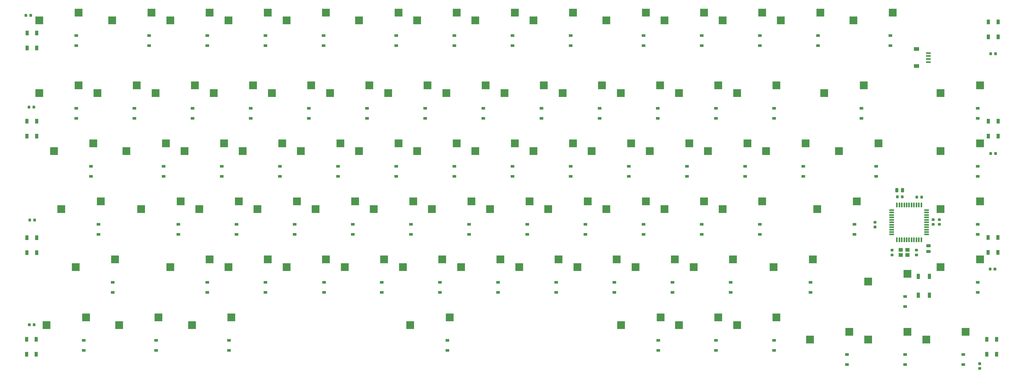
<source format=gbr>
G04 #@! TF.GenerationSoftware,KiCad,Pcbnew,(5.1.4)-1*
G04 #@! TF.CreationDate,2022-04-19T23:21:49-04:00*
G04 #@! TF.ProjectId,K-75,4b2d3735-2e6b-4696-9361-645f70636258,rev?*
G04 #@! TF.SameCoordinates,Original*
G04 #@! TF.FileFunction,Paste,Bot*
G04 #@! TF.FilePolarity,Positive*
%FSLAX46Y46*%
G04 Gerber Fmt 4.6, Leading zero omitted, Abs format (unit mm)*
G04 Created by KiCad (PCBNEW (5.1.4)-1) date 2022-04-19 23:21:49*
%MOMM*%
%LPD*%
G04 APERTURE LIST*
%ADD10R,2.550000X2.500000*%
%ADD11R,1.000000X1.500000*%
%ADD12C,0.100000*%
%ADD13C,0.875000*%
%ADD14R,1.200000X0.900000*%
%ADD15R,1.400000X1.200000*%
%ADD16R,0.550000X1.500000*%
%ADD17R,1.500000X0.550000*%
%ADD18R,1.100000X1.800000*%
%ADD19C,0.975000*%
%ADD20R,1.800000X1.200000*%
%ADD21R,1.550000X0.600000*%
G04 APERTURE END LIST*
D10*
X367792000Y-141097000D03*
X354865000Y-143637000D03*
D11*
X58801000Y-90715000D03*
X55601000Y-90715000D03*
X58801000Y-85815000D03*
X55601000Y-85815000D03*
X373202000Y-191299000D03*
X370002000Y-191299000D03*
X373202000Y-186399000D03*
X370002000Y-186399000D03*
X58750000Y-119671000D03*
X55550000Y-119671000D03*
X58750000Y-114771000D03*
X55550000Y-114771000D03*
X373659000Y-157861000D03*
X370459000Y-157861000D03*
X373659000Y-152961000D03*
X370459000Y-152961000D03*
X58750000Y-157898000D03*
X55550000Y-157898000D03*
X58750000Y-152998000D03*
X55550000Y-152998000D03*
X373710000Y-119671000D03*
X370510000Y-119671000D03*
X373710000Y-114771000D03*
X370510000Y-114771000D03*
X58623000Y-191299000D03*
X55423000Y-191299000D03*
X58623000Y-186399000D03*
X55423000Y-186399000D03*
D12*
G36*
X367942691Y-193949553D02*
G01*
X367963926Y-193952703D01*
X367984750Y-193957919D01*
X368004962Y-193965151D01*
X368024368Y-193974330D01*
X368042781Y-193985366D01*
X368060024Y-193998154D01*
X368075930Y-194012570D01*
X368090346Y-194028476D01*
X368103134Y-194045719D01*
X368114170Y-194064132D01*
X368123349Y-194083538D01*
X368130581Y-194103750D01*
X368135797Y-194124574D01*
X368138947Y-194145809D01*
X368140000Y-194167250D01*
X368140000Y-194604750D01*
X368138947Y-194626191D01*
X368135797Y-194647426D01*
X368130581Y-194668250D01*
X368123349Y-194688462D01*
X368114170Y-194707868D01*
X368103134Y-194726281D01*
X368090346Y-194743524D01*
X368075930Y-194759430D01*
X368060024Y-194773846D01*
X368042781Y-194786634D01*
X368024368Y-194797670D01*
X368004962Y-194806849D01*
X367984750Y-194814081D01*
X367963926Y-194819297D01*
X367942691Y-194822447D01*
X367921250Y-194823500D01*
X367408750Y-194823500D01*
X367387309Y-194822447D01*
X367366074Y-194819297D01*
X367345250Y-194814081D01*
X367325038Y-194806849D01*
X367305632Y-194797670D01*
X367287219Y-194786634D01*
X367269976Y-194773846D01*
X367254070Y-194759430D01*
X367239654Y-194743524D01*
X367226866Y-194726281D01*
X367215830Y-194707868D01*
X367206651Y-194688462D01*
X367199419Y-194668250D01*
X367194203Y-194647426D01*
X367191053Y-194626191D01*
X367190000Y-194604750D01*
X367190000Y-194167250D01*
X367191053Y-194145809D01*
X367194203Y-194124574D01*
X367199419Y-194103750D01*
X367206651Y-194083538D01*
X367215830Y-194064132D01*
X367226866Y-194045719D01*
X367239654Y-194028476D01*
X367254070Y-194012570D01*
X367269976Y-193998154D01*
X367287219Y-193985366D01*
X367305632Y-193974330D01*
X367325038Y-193965151D01*
X367345250Y-193957919D01*
X367366074Y-193952703D01*
X367387309Y-193949553D01*
X367408750Y-193948500D01*
X367921250Y-193948500D01*
X367942691Y-193949553D01*
X367942691Y-193949553D01*
G37*
D13*
X367665000Y-194386000D03*
D12*
G36*
X367942691Y-195524553D02*
G01*
X367963926Y-195527703D01*
X367984750Y-195532919D01*
X368004962Y-195540151D01*
X368024368Y-195549330D01*
X368042781Y-195560366D01*
X368060024Y-195573154D01*
X368075930Y-195587570D01*
X368090346Y-195603476D01*
X368103134Y-195620719D01*
X368114170Y-195639132D01*
X368123349Y-195658538D01*
X368130581Y-195678750D01*
X368135797Y-195699574D01*
X368138947Y-195720809D01*
X368140000Y-195742250D01*
X368140000Y-196179750D01*
X368138947Y-196201191D01*
X368135797Y-196222426D01*
X368130581Y-196243250D01*
X368123349Y-196263462D01*
X368114170Y-196282868D01*
X368103134Y-196301281D01*
X368090346Y-196318524D01*
X368075930Y-196334430D01*
X368060024Y-196348846D01*
X368042781Y-196361634D01*
X368024368Y-196372670D01*
X368004962Y-196381849D01*
X367984750Y-196389081D01*
X367963926Y-196394297D01*
X367942691Y-196397447D01*
X367921250Y-196398500D01*
X367408750Y-196398500D01*
X367387309Y-196397447D01*
X367366074Y-196394297D01*
X367345250Y-196389081D01*
X367325038Y-196381849D01*
X367305632Y-196372670D01*
X367287219Y-196361634D01*
X367269976Y-196348846D01*
X367254070Y-196334430D01*
X367239654Y-196318524D01*
X367226866Y-196301281D01*
X367215830Y-196282868D01*
X367206651Y-196263462D01*
X367199419Y-196243250D01*
X367194203Y-196222426D01*
X367191053Y-196201191D01*
X367190000Y-196179750D01*
X367190000Y-195742250D01*
X367191053Y-195720809D01*
X367194203Y-195699574D01*
X367199419Y-195678750D01*
X367206651Y-195658538D01*
X367215830Y-195639132D01*
X367226866Y-195620719D01*
X367239654Y-195603476D01*
X367254070Y-195587570D01*
X367269976Y-195573154D01*
X367287219Y-195560366D01*
X367305632Y-195549330D01*
X367325038Y-195540151D01*
X367345250Y-195532919D01*
X367366074Y-195527703D01*
X367387309Y-195524553D01*
X367408750Y-195523500D01*
X367921250Y-195523500D01*
X367942691Y-195524553D01*
X367942691Y-195524553D01*
G37*
D13*
X367665000Y-195961000D03*
D12*
G36*
X371537191Y-92109053D02*
G01*
X371558426Y-92112203D01*
X371579250Y-92117419D01*
X371599462Y-92124651D01*
X371618868Y-92133830D01*
X371637281Y-92144866D01*
X371654524Y-92157654D01*
X371670430Y-92172070D01*
X371684846Y-92187976D01*
X371697634Y-92205219D01*
X371708670Y-92223632D01*
X371717849Y-92243038D01*
X371725081Y-92263250D01*
X371730297Y-92284074D01*
X371733447Y-92305309D01*
X371734500Y-92326750D01*
X371734500Y-92839250D01*
X371733447Y-92860691D01*
X371730297Y-92881926D01*
X371725081Y-92902750D01*
X371717849Y-92922962D01*
X371708670Y-92942368D01*
X371697634Y-92960781D01*
X371684846Y-92978024D01*
X371670430Y-92993930D01*
X371654524Y-93008346D01*
X371637281Y-93021134D01*
X371618868Y-93032170D01*
X371599462Y-93041349D01*
X371579250Y-93048581D01*
X371558426Y-93053797D01*
X371537191Y-93056947D01*
X371515750Y-93058000D01*
X371078250Y-93058000D01*
X371056809Y-93056947D01*
X371035574Y-93053797D01*
X371014750Y-93048581D01*
X370994538Y-93041349D01*
X370975132Y-93032170D01*
X370956719Y-93021134D01*
X370939476Y-93008346D01*
X370923570Y-92993930D01*
X370909154Y-92978024D01*
X370896366Y-92960781D01*
X370885330Y-92942368D01*
X370876151Y-92922962D01*
X370868919Y-92902750D01*
X370863703Y-92881926D01*
X370860553Y-92860691D01*
X370859500Y-92839250D01*
X370859500Y-92326750D01*
X370860553Y-92305309D01*
X370863703Y-92284074D01*
X370868919Y-92263250D01*
X370876151Y-92243038D01*
X370885330Y-92223632D01*
X370896366Y-92205219D01*
X370909154Y-92187976D01*
X370923570Y-92172070D01*
X370939476Y-92157654D01*
X370956719Y-92144866D01*
X370975132Y-92133830D01*
X370994538Y-92124651D01*
X371014750Y-92117419D01*
X371035574Y-92112203D01*
X371056809Y-92109053D01*
X371078250Y-92108000D01*
X371515750Y-92108000D01*
X371537191Y-92109053D01*
X371537191Y-92109053D01*
G37*
D13*
X371297000Y-92583000D03*
D12*
G36*
X373112191Y-92109053D02*
G01*
X373133426Y-92112203D01*
X373154250Y-92117419D01*
X373174462Y-92124651D01*
X373193868Y-92133830D01*
X373212281Y-92144866D01*
X373229524Y-92157654D01*
X373245430Y-92172070D01*
X373259846Y-92187976D01*
X373272634Y-92205219D01*
X373283670Y-92223632D01*
X373292849Y-92243038D01*
X373300081Y-92263250D01*
X373305297Y-92284074D01*
X373308447Y-92305309D01*
X373309500Y-92326750D01*
X373309500Y-92839250D01*
X373308447Y-92860691D01*
X373305297Y-92881926D01*
X373300081Y-92902750D01*
X373292849Y-92922962D01*
X373283670Y-92942368D01*
X373272634Y-92960781D01*
X373259846Y-92978024D01*
X373245430Y-92993930D01*
X373229524Y-93008346D01*
X373212281Y-93021134D01*
X373193868Y-93032170D01*
X373174462Y-93041349D01*
X373154250Y-93048581D01*
X373133426Y-93053797D01*
X373112191Y-93056947D01*
X373090750Y-93058000D01*
X372653250Y-93058000D01*
X372631809Y-93056947D01*
X372610574Y-93053797D01*
X372589750Y-93048581D01*
X372569538Y-93041349D01*
X372550132Y-93032170D01*
X372531719Y-93021134D01*
X372514476Y-93008346D01*
X372498570Y-92993930D01*
X372484154Y-92978024D01*
X372471366Y-92960781D01*
X372460330Y-92942368D01*
X372451151Y-92922962D01*
X372443919Y-92902750D01*
X372438703Y-92881926D01*
X372435553Y-92860691D01*
X372434500Y-92839250D01*
X372434500Y-92326750D01*
X372435553Y-92305309D01*
X372438703Y-92284074D01*
X372443919Y-92263250D01*
X372451151Y-92243038D01*
X372460330Y-92223632D01*
X372471366Y-92205219D01*
X372484154Y-92187976D01*
X372498570Y-92172070D01*
X372514476Y-92157654D01*
X372531719Y-92144866D01*
X372550132Y-92133830D01*
X372569538Y-92124651D01*
X372589750Y-92117419D01*
X372610574Y-92112203D01*
X372631809Y-92109053D01*
X372653250Y-92108000D01*
X373090750Y-92108000D01*
X373112191Y-92109053D01*
X373112191Y-92109053D01*
G37*
D13*
X372872000Y-92583000D03*
D12*
G36*
X56602691Y-181136053D02*
G01*
X56623926Y-181139203D01*
X56644750Y-181144419D01*
X56664962Y-181151651D01*
X56684368Y-181160830D01*
X56702781Y-181171866D01*
X56720024Y-181184654D01*
X56735930Y-181199070D01*
X56750346Y-181214976D01*
X56763134Y-181232219D01*
X56774170Y-181250632D01*
X56783349Y-181270038D01*
X56790581Y-181290250D01*
X56795797Y-181311074D01*
X56798947Y-181332309D01*
X56800000Y-181353750D01*
X56800000Y-181866250D01*
X56798947Y-181887691D01*
X56795797Y-181908926D01*
X56790581Y-181929750D01*
X56783349Y-181949962D01*
X56774170Y-181969368D01*
X56763134Y-181987781D01*
X56750346Y-182005024D01*
X56735930Y-182020930D01*
X56720024Y-182035346D01*
X56702781Y-182048134D01*
X56684368Y-182059170D01*
X56664962Y-182068349D01*
X56644750Y-182075581D01*
X56623926Y-182080797D01*
X56602691Y-182083947D01*
X56581250Y-182085000D01*
X56143750Y-182085000D01*
X56122309Y-182083947D01*
X56101074Y-182080797D01*
X56080250Y-182075581D01*
X56060038Y-182068349D01*
X56040632Y-182059170D01*
X56022219Y-182048134D01*
X56004976Y-182035346D01*
X55989070Y-182020930D01*
X55974654Y-182005024D01*
X55961866Y-181987781D01*
X55950830Y-181969368D01*
X55941651Y-181949962D01*
X55934419Y-181929750D01*
X55929203Y-181908926D01*
X55926053Y-181887691D01*
X55925000Y-181866250D01*
X55925000Y-181353750D01*
X55926053Y-181332309D01*
X55929203Y-181311074D01*
X55934419Y-181290250D01*
X55941651Y-181270038D01*
X55950830Y-181250632D01*
X55961866Y-181232219D01*
X55974654Y-181214976D01*
X55989070Y-181199070D01*
X56004976Y-181184654D01*
X56022219Y-181171866D01*
X56040632Y-181160830D01*
X56060038Y-181151651D01*
X56080250Y-181144419D01*
X56101074Y-181139203D01*
X56122309Y-181136053D01*
X56143750Y-181135000D01*
X56581250Y-181135000D01*
X56602691Y-181136053D01*
X56602691Y-181136053D01*
G37*
D13*
X56362500Y-181610000D03*
D12*
G36*
X58177691Y-181136053D02*
G01*
X58198926Y-181139203D01*
X58219750Y-181144419D01*
X58239962Y-181151651D01*
X58259368Y-181160830D01*
X58277781Y-181171866D01*
X58295024Y-181184654D01*
X58310930Y-181199070D01*
X58325346Y-181214976D01*
X58338134Y-181232219D01*
X58349170Y-181250632D01*
X58358349Y-181270038D01*
X58365581Y-181290250D01*
X58370797Y-181311074D01*
X58373947Y-181332309D01*
X58375000Y-181353750D01*
X58375000Y-181866250D01*
X58373947Y-181887691D01*
X58370797Y-181908926D01*
X58365581Y-181929750D01*
X58358349Y-181949962D01*
X58349170Y-181969368D01*
X58338134Y-181987781D01*
X58325346Y-182005024D01*
X58310930Y-182020930D01*
X58295024Y-182035346D01*
X58277781Y-182048134D01*
X58259368Y-182059170D01*
X58239962Y-182068349D01*
X58219750Y-182075581D01*
X58198926Y-182080797D01*
X58177691Y-182083947D01*
X58156250Y-182085000D01*
X57718750Y-182085000D01*
X57697309Y-182083947D01*
X57676074Y-182080797D01*
X57655250Y-182075581D01*
X57635038Y-182068349D01*
X57615632Y-182059170D01*
X57597219Y-182048134D01*
X57579976Y-182035346D01*
X57564070Y-182020930D01*
X57549654Y-182005024D01*
X57536866Y-181987781D01*
X57525830Y-181969368D01*
X57516651Y-181949962D01*
X57509419Y-181929750D01*
X57504203Y-181908926D01*
X57501053Y-181887691D01*
X57500000Y-181866250D01*
X57500000Y-181353750D01*
X57501053Y-181332309D01*
X57504203Y-181311074D01*
X57509419Y-181290250D01*
X57516651Y-181270038D01*
X57525830Y-181250632D01*
X57536866Y-181232219D01*
X57549654Y-181214976D01*
X57564070Y-181199070D01*
X57579976Y-181184654D01*
X57597219Y-181171866D01*
X57615632Y-181160830D01*
X57635038Y-181151651D01*
X57655250Y-181144419D01*
X57676074Y-181139203D01*
X57697309Y-181136053D01*
X57718750Y-181135000D01*
X58156250Y-181135000D01*
X58177691Y-181136053D01*
X58177691Y-181136053D01*
G37*
D13*
X57937500Y-181610000D03*
D12*
G36*
X56729691Y-146719053D02*
G01*
X56750926Y-146722203D01*
X56771750Y-146727419D01*
X56791962Y-146734651D01*
X56811368Y-146743830D01*
X56829781Y-146754866D01*
X56847024Y-146767654D01*
X56862930Y-146782070D01*
X56877346Y-146797976D01*
X56890134Y-146815219D01*
X56901170Y-146833632D01*
X56910349Y-146853038D01*
X56917581Y-146873250D01*
X56922797Y-146894074D01*
X56925947Y-146915309D01*
X56927000Y-146936750D01*
X56927000Y-147449250D01*
X56925947Y-147470691D01*
X56922797Y-147491926D01*
X56917581Y-147512750D01*
X56910349Y-147532962D01*
X56901170Y-147552368D01*
X56890134Y-147570781D01*
X56877346Y-147588024D01*
X56862930Y-147603930D01*
X56847024Y-147618346D01*
X56829781Y-147631134D01*
X56811368Y-147642170D01*
X56791962Y-147651349D01*
X56771750Y-147658581D01*
X56750926Y-147663797D01*
X56729691Y-147666947D01*
X56708250Y-147668000D01*
X56270750Y-147668000D01*
X56249309Y-147666947D01*
X56228074Y-147663797D01*
X56207250Y-147658581D01*
X56187038Y-147651349D01*
X56167632Y-147642170D01*
X56149219Y-147631134D01*
X56131976Y-147618346D01*
X56116070Y-147603930D01*
X56101654Y-147588024D01*
X56088866Y-147570781D01*
X56077830Y-147552368D01*
X56068651Y-147532962D01*
X56061419Y-147512750D01*
X56056203Y-147491926D01*
X56053053Y-147470691D01*
X56052000Y-147449250D01*
X56052000Y-146936750D01*
X56053053Y-146915309D01*
X56056203Y-146894074D01*
X56061419Y-146873250D01*
X56068651Y-146853038D01*
X56077830Y-146833632D01*
X56088866Y-146815219D01*
X56101654Y-146797976D01*
X56116070Y-146782070D01*
X56131976Y-146767654D01*
X56149219Y-146754866D01*
X56167632Y-146743830D01*
X56187038Y-146734651D01*
X56207250Y-146727419D01*
X56228074Y-146722203D01*
X56249309Y-146719053D01*
X56270750Y-146718000D01*
X56708250Y-146718000D01*
X56729691Y-146719053D01*
X56729691Y-146719053D01*
G37*
D13*
X56489500Y-147193000D03*
D12*
G36*
X58304691Y-146719053D02*
G01*
X58325926Y-146722203D01*
X58346750Y-146727419D01*
X58366962Y-146734651D01*
X58386368Y-146743830D01*
X58404781Y-146754866D01*
X58422024Y-146767654D01*
X58437930Y-146782070D01*
X58452346Y-146797976D01*
X58465134Y-146815219D01*
X58476170Y-146833632D01*
X58485349Y-146853038D01*
X58492581Y-146873250D01*
X58497797Y-146894074D01*
X58500947Y-146915309D01*
X58502000Y-146936750D01*
X58502000Y-147449250D01*
X58500947Y-147470691D01*
X58497797Y-147491926D01*
X58492581Y-147512750D01*
X58485349Y-147532962D01*
X58476170Y-147552368D01*
X58465134Y-147570781D01*
X58452346Y-147588024D01*
X58437930Y-147603930D01*
X58422024Y-147618346D01*
X58404781Y-147631134D01*
X58386368Y-147642170D01*
X58366962Y-147651349D01*
X58346750Y-147658581D01*
X58325926Y-147663797D01*
X58304691Y-147666947D01*
X58283250Y-147668000D01*
X57845750Y-147668000D01*
X57824309Y-147666947D01*
X57803074Y-147663797D01*
X57782250Y-147658581D01*
X57762038Y-147651349D01*
X57742632Y-147642170D01*
X57724219Y-147631134D01*
X57706976Y-147618346D01*
X57691070Y-147603930D01*
X57676654Y-147588024D01*
X57663866Y-147570781D01*
X57652830Y-147552368D01*
X57643651Y-147532962D01*
X57636419Y-147512750D01*
X57631203Y-147491926D01*
X57628053Y-147470691D01*
X57627000Y-147449250D01*
X57627000Y-146936750D01*
X57628053Y-146915309D01*
X57631203Y-146894074D01*
X57636419Y-146873250D01*
X57643651Y-146853038D01*
X57652830Y-146833632D01*
X57663866Y-146815219D01*
X57676654Y-146797976D01*
X57691070Y-146782070D01*
X57706976Y-146767654D01*
X57724219Y-146754866D01*
X57742632Y-146743830D01*
X57762038Y-146734651D01*
X57782250Y-146727419D01*
X57803074Y-146722203D01*
X57824309Y-146719053D01*
X57845750Y-146718000D01*
X58283250Y-146718000D01*
X58304691Y-146719053D01*
X58304691Y-146719053D01*
G37*
D13*
X58064500Y-147193000D03*
D12*
G36*
X371537191Y-124875053D02*
G01*
X371558426Y-124878203D01*
X371579250Y-124883419D01*
X371599462Y-124890651D01*
X371618868Y-124899830D01*
X371637281Y-124910866D01*
X371654524Y-124923654D01*
X371670430Y-124938070D01*
X371684846Y-124953976D01*
X371697634Y-124971219D01*
X371708670Y-124989632D01*
X371717849Y-125009038D01*
X371725081Y-125029250D01*
X371730297Y-125050074D01*
X371733447Y-125071309D01*
X371734500Y-125092750D01*
X371734500Y-125605250D01*
X371733447Y-125626691D01*
X371730297Y-125647926D01*
X371725081Y-125668750D01*
X371717849Y-125688962D01*
X371708670Y-125708368D01*
X371697634Y-125726781D01*
X371684846Y-125744024D01*
X371670430Y-125759930D01*
X371654524Y-125774346D01*
X371637281Y-125787134D01*
X371618868Y-125798170D01*
X371599462Y-125807349D01*
X371579250Y-125814581D01*
X371558426Y-125819797D01*
X371537191Y-125822947D01*
X371515750Y-125824000D01*
X371078250Y-125824000D01*
X371056809Y-125822947D01*
X371035574Y-125819797D01*
X371014750Y-125814581D01*
X370994538Y-125807349D01*
X370975132Y-125798170D01*
X370956719Y-125787134D01*
X370939476Y-125774346D01*
X370923570Y-125759930D01*
X370909154Y-125744024D01*
X370896366Y-125726781D01*
X370885330Y-125708368D01*
X370876151Y-125688962D01*
X370868919Y-125668750D01*
X370863703Y-125647926D01*
X370860553Y-125626691D01*
X370859500Y-125605250D01*
X370859500Y-125092750D01*
X370860553Y-125071309D01*
X370863703Y-125050074D01*
X370868919Y-125029250D01*
X370876151Y-125009038D01*
X370885330Y-124989632D01*
X370896366Y-124971219D01*
X370909154Y-124953976D01*
X370923570Y-124938070D01*
X370939476Y-124923654D01*
X370956719Y-124910866D01*
X370975132Y-124899830D01*
X370994538Y-124890651D01*
X371014750Y-124883419D01*
X371035574Y-124878203D01*
X371056809Y-124875053D01*
X371078250Y-124874000D01*
X371515750Y-124874000D01*
X371537191Y-124875053D01*
X371537191Y-124875053D01*
G37*
D13*
X371297000Y-125349000D03*
D12*
G36*
X373112191Y-124875053D02*
G01*
X373133426Y-124878203D01*
X373154250Y-124883419D01*
X373174462Y-124890651D01*
X373193868Y-124899830D01*
X373212281Y-124910866D01*
X373229524Y-124923654D01*
X373245430Y-124938070D01*
X373259846Y-124953976D01*
X373272634Y-124971219D01*
X373283670Y-124989632D01*
X373292849Y-125009038D01*
X373300081Y-125029250D01*
X373305297Y-125050074D01*
X373308447Y-125071309D01*
X373309500Y-125092750D01*
X373309500Y-125605250D01*
X373308447Y-125626691D01*
X373305297Y-125647926D01*
X373300081Y-125668750D01*
X373292849Y-125688962D01*
X373283670Y-125708368D01*
X373272634Y-125726781D01*
X373259846Y-125744024D01*
X373245430Y-125759930D01*
X373229524Y-125774346D01*
X373212281Y-125787134D01*
X373193868Y-125798170D01*
X373174462Y-125807349D01*
X373154250Y-125814581D01*
X373133426Y-125819797D01*
X373112191Y-125822947D01*
X373090750Y-125824000D01*
X372653250Y-125824000D01*
X372631809Y-125822947D01*
X372610574Y-125819797D01*
X372589750Y-125814581D01*
X372569538Y-125807349D01*
X372550132Y-125798170D01*
X372531719Y-125787134D01*
X372514476Y-125774346D01*
X372498570Y-125759930D01*
X372484154Y-125744024D01*
X372471366Y-125726781D01*
X372460330Y-125708368D01*
X372451151Y-125688962D01*
X372443919Y-125668750D01*
X372438703Y-125647926D01*
X372435553Y-125626691D01*
X372434500Y-125605250D01*
X372434500Y-125092750D01*
X372435553Y-125071309D01*
X372438703Y-125050074D01*
X372443919Y-125029250D01*
X372451151Y-125009038D01*
X372460330Y-124989632D01*
X372471366Y-124971219D01*
X372484154Y-124953976D01*
X372498570Y-124938070D01*
X372514476Y-124923654D01*
X372531719Y-124910866D01*
X372550132Y-124899830D01*
X372569538Y-124890651D01*
X372589750Y-124883419D01*
X372610574Y-124878203D01*
X372631809Y-124875053D01*
X372653250Y-124874000D01*
X373090750Y-124874000D01*
X373112191Y-124875053D01*
X373112191Y-124875053D01*
G37*
D13*
X372872000Y-125349000D03*
D12*
G36*
X371334191Y-162848053D02*
G01*
X371355426Y-162851203D01*
X371376250Y-162856419D01*
X371396462Y-162863651D01*
X371415868Y-162872830D01*
X371434281Y-162883866D01*
X371451524Y-162896654D01*
X371467430Y-162911070D01*
X371481846Y-162926976D01*
X371494634Y-162944219D01*
X371505670Y-162962632D01*
X371514849Y-162982038D01*
X371522081Y-163002250D01*
X371527297Y-163023074D01*
X371530447Y-163044309D01*
X371531500Y-163065750D01*
X371531500Y-163578250D01*
X371530447Y-163599691D01*
X371527297Y-163620926D01*
X371522081Y-163641750D01*
X371514849Y-163661962D01*
X371505670Y-163681368D01*
X371494634Y-163699781D01*
X371481846Y-163717024D01*
X371467430Y-163732930D01*
X371451524Y-163747346D01*
X371434281Y-163760134D01*
X371415868Y-163771170D01*
X371396462Y-163780349D01*
X371376250Y-163787581D01*
X371355426Y-163792797D01*
X371334191Y-163795947D01*
X371312750Y-163797000D01*
X370875250Y-163797000D01*
X370853809Y-163795947D01*
X370832574Y-163792797D01*
X370811750Y-163787581D01*
X370791538Y-163780349D01*
X370772132Y-163771170D01*
X370753719Y-163760134D01*
X370736476Y-163747346D01*
X370720570Y-163732930D01*
X370706154Y-163717024D01*
X370693366Y-163699781D01*
X370682330Y-163681368D01*
X370673151Y-163661962D01*
X370665919Y-163641750D01*
X370660703Y-163620926D01*
X370657553Y-163599691D01*
X370656500Y-163578250D01*
X370656500Y-163065750D01*
X370657553Y-163044309D01*
X370660703Y-163023074D01*
X370665919Y-163002250D01*
X370673151Y-162982038D01*
X370682330Y-162962632D01*
X370693366Y-162944219D01*
X370706154Y-162926976D01*
X370720570Y-162911070D01*
X370736476Y-162896654D01*
X370753719Y-162883866D01*
X370772132Y-162872830D01*
X370791538Y-162863651D01*
X370811750Y-162856419D01*
X370832574Y-162851203D01*
X370853809Y-162848053D01*
X370875250Y-162847000D01*
X371312750Y-162847000D01*
X371334191Y-162848053D01*
X371334191Y-162848053D01*
G37*
D13*
X371094000Y-163322000D03*
D12*
G36*
X372909191Y-162848053D02*
G01*
X372930426Y-162851203D01*
X372951250Y-162856419D01*
X372971462Y-162863651D01*
X372990868Y-162872830D01*
X373009281Y-162883866D01*
X373026524Y-162896654D01*
X373042430Y-162911070D01*
X373056846Y-162926976D01*
X373069634Y-162944219D01*
X373080670Y-162962632D01*
X373089849Y-162982038D01*
X373097081Y-163002250D01*
X373102297Y-163023074D01*
X373105447Y-163044309D01*
X373106500Y-163065750D01*
X373106500Y-163578250D01*
X373105447Y-163599691D01*
X373102297Y-163620926D01*
X373097081Y-163641750D01*
X373089849Y-163661962D01*
X373080670Y-163681368D01*
X373069634Y-163699781D01*
X373056846Y-163717024D01*
X373042430Y-163732930D01*
X373026524Y-163747346D01*
X373009281Y-163760134D01*
X372990868Y-163771170D01*
X372971462Y-163780349D01*
X372951250Y-163787581D01*
X372930426Y-163792797D01*
X372909191Y-163795947D01*
X372887750Y-163797000D01*
X372450250Y-163797000D01*
X372428809Y-163795947D01*
X372407574Y-163792797D01*
X372386750Y-163787581D01*
X372366538Y-163780349D01*
X372347132Y-163771170D01*
X372328719Y-163760134D01*
X372311476Y-163747346D01*
X372295570Y-163732930D01*
X372281154Y-163717024D01*
X372268366Y-163699781D01*
X372257330Y-163681368D01*
X372248151Y-163661962D01*
X372240919Y-163641750D01*
X372235703Y-163620926D01*
X372232553Y-163599691D01*
X372231500Y-163578250D01*
X372231500Y-163065750D01*
X372232553Y-163044309D01*
X372235703Y-163023074D01*
X372240919Y-163002250D01*
X372248151Y-162982038D01*
X372257330Y-162962632D01*
X372268366Y-162944219D01*
X372281154Y-162926976D01*
X372295570Y-162911070D01*
X372311476Y-162896654D01*
X372328719Y-162883866D01*
X372347132Y-162872830D01*
X372366538Y-162863651D01*
X372386750Y-162856419D01*
X372407574Y-162851203D01*
X372428809Y-162848053D01*
X372450250Y-162847000D01*
X372887750Y-162847000D01*
X372909191Y-162848053D01*
X372909191Y-162848053D01*
G37*
D13*
X372669000Y-163322000D03*
D12*
G36*
X56475691Y-109635053D02*
G01*
X56496926Y-109638203D01*
X56517750Y-109643419D01*
X56537962Y-109650651D01*
X56557368Y-109659830D01*
X56575781Y-109670866D01*
X56593024Y-109683654D01*
X56608930Y-109698070D01*
X56623346Y-109713976D01*
X56636134Y-109731219D01*
X56647170Y-109749632D01*
X56656349Y-109769038D01*
X56663581Y-109789250D01*
X56668797Y-109810074D01*
X56671947Y-109831309D01*
X56673000Y-109852750D01*
X56673000Y-110365250D01*
X56671947Y-110386691D01*
X56668797Y-110407926D01*
X56663581Y-110428750D01*
X56656349Y-110448962D01*
X56647170Y-110468368D01*
X56636134Y-110486781D01*
X56623346Y-110504024D01*
X56608930Y-110519930D01*
X56593024Y-110534346D01*
X56575781Y-110547134D01*
X56557368Y-110558170D01*
X56537962Y-110567349D01*
X56517750Y-110574581D01*
X56496926Y-110579797D01*
X56475691Y-110582947D01*
X56454250Y-110584000D01*
X56016750Y-110584000D01*
X55995309Y-110582947D01*
X55974074Y-110579797D01*
X55953250Y-110574581D01*
X55933038Y-110567349D01*
X55913632Y-110558170D01*
X55895219Y-110547134D01*
X55877976Y-110534346D01*
X55862070Y-110519930D01*
X55847654Y-110504024D01*
X55834866Y-110486781D01*
X55823830Y-110468368D01*
X55814651Y-110448962D01*
X55807419Y-110428750D01*
X55802203Y-110407926D01*
X55799053Y-110386691D01*
X55798000Y-110365250D01*
X55798000Y-109852750D01*
X55799053Y-109831309D01*
X55802203Y-109810074D01*
X55807419Y-109789250D01*
X55814651Y-109769038D01*
X55823830Y-109749632D01*
X55834866Y-109731219D01*
X55847654Y-109713976D01*
X55862070Y-109698070D01*
X55877976Y-109683654D01*
X55895219Y-109670866D01*
X55913632Y-109659830D01*
X55933038Y-109650651D01*
X55953250Y-109643419D01*
X55974074Y-109638203D01*
X55995309Y-109635053D01*
X56016750Y-109634000D01*
X56454250Y-109634000D01*
X56475691Y-109635053D01*
X56475691Y-109635053D01*
G37*
D13*
X56235500Y-110109000D03*
D12*
G36*
X58050691Y-109635053D02*
G01*
X58071926Y-109638203D01*
X58092750Y-109643419D01*
X58112962Y-109650651D01*
X58132368Y-109659830D01*
X58150781Y-109670866D01*
X58168024Y-109683654D01*
X58183930Y-109698070D01*
X58198346Y-109713976D01*
X58211134Y-109731219D01*
X58222170Y-109749632D01*
X58231349Y-109769038D01*
X58238581Y-109789250D01*
X58243797Y-109810074D01*
X58246947Y-109831309D01*
X58248000Y-109852750D01*
X58248000Y-110365250D01*
X58246947Y-110386691D01*
X58243797Y-110407926D01*
X58238581Y-110428750D01*
X58231349Y-110448962D01*
X58222170Y-110468368D01*
X58211134Y-110486781D01*
X58198346Y-110504024D01*
X58183930Y-110519930D01*
X58168024Y-110534346D01*
X58150781Y-110547134D01*
X58132368Y-110558170D01*
X58112962Y-110567349D01*
X58092750Y-110574581D01*
X58071926Y-110579797D01*
X58050691Y-110582947D01*
X58029250Y-110584000D01*
X57591750Y-110584000D01*
X57570309Y-110582947D01*
X57549074Y-110579797D01*
X57528250Y-110574581D01*
X57508038Y-110567349D01*
X57488632Y-110558170D01*
X57470219Y-110547134D01*
X57452976Y-110534346D01*
X57437070Y-110519930D01*
X57422654Y-110504024D01*
X57409866Y-110486781D01*
X57398830Y-110468368D01*
X57389651Y-110448962D01*
X57382419Y-110428750D01*
X57377203Y-110407926D01*
X57374053Y-110386691D01*
X57373000Y-110365250D01*
X57373000Y-109852750D01*
X57374053Y-109831309D01*
X57377203Y-109810074D01*
X57382419Y-109789250D01*
X57389651Y-109769038D01*
X57398830Y-109749632D01*
X57409866Y-109731219D01*
X57422654Y-109713976D01*
X57437070Y-109698070D01*
X57452976Y-109683654D01*
X57470219Y-109670866D01*
X57488632Y-109659830D01*
X57508038Y-109650651D01*
X57528250Y-109643419D01*
X57549074Y-109638203D01*
X57570309Y-109635053D01*
X57591750Y-109634000D01*
X58029250Y-109634000D01*
X58050691Y-109635053D01*
X58050691Y-109635053D01*
G37*
D13*
X57810500Y-110109000D03*
D12*
G36*
X55459691Y-79536053D02*
G01*
X55480926Y-79539203D01*
X55501750Y-79544419D01*
X55521962Y-79551651D01*
X55541368Y-79560830D01*
X55559781Y-79571866D01*
X55577024Y-79584654D01*
X55592930Y-79599070D01*
X55607346Y-79614976D01*
X55620134Y-79632219D01*
X55631170Y-79650632D01*
X55640349Y-79670038D01*
X55647581Y-79690250D01*
X55652797Y-79711074D01*
X55655947Y-79732309D01*
X55657000Y-79753750D01*
X55657000Y-80266250D01*
X55655947Y-80287691D01*
X55652797Y-80308926D01*
X55647581Y-80329750D01*
X55640349Y-80349962D01*
X55631170Y-80369368D01*
X55620134Y-80387781D01*
X55607346Y-80405024D01*
X55592930Y-80420930D01*
X55577024Y-80435346D01*
X55559781Y-80448134D01*
X55541368Y-80459170D01*
X55521962Y-80468349D01*
X55501750Y-80475581D01*
X55480926Y-80480797D01*
X55459691Y-80483947D01*
X55438250Y-80485000D01*
X55000750Y-80485000D01*
X54979309Y-80483947D01*
X54958074Y-80480797D01*
X54937250Y-80475581D01*
X54917038Y-80468349D01*
X54897632Y-80459170D01*
X54879219Y-80448134D01*
X54861976Y-80435346D01*
X54846070Y-80420930D01*
X54831654Y-80405024D01*
X54818866Y-80387781D01*
X54807830Y-80369368D01*
X54798651Y-80349962D01*
X54791419Y-80329750D01*
X54786203Y-80308926D01*
X54783053Y-80287691D01*
X54782000Y-80266250D01*
X54782000Y-79753750D01*
X54783053Y-79732309D01*
X54786203Y-79711074D01*
X54791419Y-79690250D01*
X54798651Y-79670038D01*
X54807830Y-79650632D01*
X54818866Y-79632219D01*
X54831654Y-79614976D01*
X54846070Y-79599070D01*
X54861976Y-79584654D01*
X54879219Y-79571866D01*
X54897632Y-79560830D01*
X54917038Y-79551651D01*
X54937250Y-79544419D01*
X54958074Y-79539203D01*
X54979309Y-79536053D01*
X55000750Y-79535000D01*
X55438250Y-79535000D01*
X55459691Y-79536053D01*
X55459691Y-79536053D01*
G37*
D13*
X55219500Y-80010000D03*
D12*
G36*
X57034691Y-79536053D02*
G01*
X57055926Y-79539203D01*
X57076750Y-79544419D01*
X57096962Y-79551651D01*
X57116368Y-79560830D01*
X57134781Y-79571866D01*
X57152024Y-79584654D01*
X57167930Y-79599070D01*
X57182346Y-79614976D01*
X57195134Y-79632219D01*
X57206170Y-79650632D01*
X57215349Y-79670038D01*
X57222581Y-79690250D01*
X57227797Y-79711074D01*
X57230947Y-79732309D01*
X57232000Y-79753750D01*
X57232000Y-80266250D01*
X57230947Y-80287691D01*
X57227797Y-80308926D01*
X57222581Y-80329750D01*
X57215349Y-80349962D01*
X57206170Y-80369368D01*
X57195134Y-80387781D01*
X57182346Y-80405024D01*
X57167930Y-80420930D01*
X57152024Y-80435346D01*
X57134781Y-80448134D01*
X57116368Y-80459170D01*
X57096962Y-80468349D01*
X57076750Y-80475581D01*
X57055926Y-80480797D01*
X57034691Y-80483947D01*
X57013250Y-80485000D01*
X56575750Y-80485000D01*
X56554309Y-80483947D01*
X56533074Y-80480797D01*
X56512250Y-80475581D01*
X56492038Y-80468349D01*
X56472632Y-80459170D01*
X56454219Y-80448134D01*
X56436976Y-80435346D01*
X56421070Y-80420930D01*
X56406654Y-80405024D01*
X56393866Y-80387781D01*
X56382830Y-80369368D01*
X56373651Y-80349962D01*
X56366419Y-80329750D01*
X56361203Y-80308926D01*
X56358053Y-80287691D01*
X56357000Y-80266250D01*
X56357000Y-79753750D01*
X56358053Y-79732309D01*
X56361203Y-79711074D01*
X56366419Y-79690250D01*
X56373651Y-79670038D01*
X56382830Y-79650632D01*
X56393866Y-79632219D01*
X56406654Y-79614976D01*
X56421070Y-79599070D01*
X56436976Y-79584654D01*
X56454219Y-79571866D01*
X56472632Y-79560830D01*
X56492038Y-79551651D01*
X56512250Y-79544419D01*
X56533074Y-79539203D01*
X56554309Y-79536053D01*
X56575750Y-79535000D01*
X57013250Y-79535000D01*
X57034691Y-79536053D01*
X57034691Y-79536053D01*
G37*
D13*
X56794500Y-80010000D03*
D11*
X373710000Y-87032000D03*
X370510000Y-87032000D03*
X373710000Y-82132000D03*
X370510000Y-82132000D03*
D10*
X327406000Y-141097000D03*
X314479000Y-143637000D03*
D14*
X362331000Y-191390000D03*
X362331000Y-194690000D03*
X343281000Y-191390000D03*
X343281000Y-194690000D03*
X324231000Y-191390000D03*
X324231000Y-194690000D03*
X300355000Y-186691000D03*
X300355000Y-189991000D03*
X281305000Y-186691000D03*
X281305000Y-189991000D03*
X262382000Y-186691000D03*
X262382000Y-189991000D03*
X193294000Y-186691000D03*
X193294000Y-189991000D03*
X121793000Y-186690000D03*
X121793000Y-189990000D03*
X97917000Y-186691000D03*
X97917000Y-189991000D03*
X74168000Y-186690000D03*
X74168000Y-189990000D03*
X367030000Y-167641000D03*
X367030000Y-170941000D03*
X343281000Y-172340000D03*
X343281000Y-175640000D03*
X312293000Y-167641000D03*
X312293000Y-170941000D03*
X286131000Y-167641000D03*
X286131000Y-170941000D03*
X267081000Y-167641000D03*
X267081000Y-170941000D03*
X248031000Y-167641000D03*
X248031000Y-170941000D03*
X228981000Y-167641000D03*
X228981000Y-170941000D03*
X209931000Y-167641000D03*
X209931000Y-170941000D03*
X190881000Y-167641000D03*
X190881000Y-170941000D03*
X171831000Y-167641000D03*
X171831000Y-170941000D03*
X152908000Y-167641000D03*
X152908000Y-170941000D03*
X133731000Y-167641000D03*
X133731000Y-170941000D03*
X114681000Y-167641000D03*
X114681000Y-170941000D03*
X83693000Y-167641000D03*
X83693000Y-170941000D03*
X367030000Y-148591000D03*
X367030000Y-151891000D03*
X326644000Y-148591000D03*
X326644000Y-151891000D03*
X295656000Y-148591000D03*
X295656000Y-151891000D03*
X276606000Y-148591000D03*
X276606000Y-151891000D03*
X257556000Y-148591000D03*
X257556000Y-151891000D03*
X238506000Y-148591000D03*
X238506000Y-151891000D03*
X219456000Y-148591000D03*
X219456000Y-151891000D03*
X200406000Y-148591000D03*
X200406000Y-151891000D03*
X181356000Y-148591000D03*
X181356000Y-151891000D03*
X162306000Y-148591000D03*
X162306000Y-151891000D03*
X143256000Y-148591000D03*
X143256000Y-151891000D03*
X124206000Y-148591000D03*
X124206000Y-151891000D03*
X105156000Y-148591000D03*
X105156000Y-151891000D03*
X78994000Y-148591000D03*
X78994000Y-151891000D03*
X367030000Y-129541000D03*
X367030000Y-132841000D03*
X333756000Y-129541000D03*
X333756000Y-132841000D03*
X309880000Y-129541000D03*
X309880000Y-132841000D03*
X290830000Y-129541000D03*
X290830000Y-132841000D03*
X271780000Y-129541000D03*
X271780000Y-132841000D03*
X252730000Y-129541000D03*
X252730000Y-132841000D03*
X233680000Y-129541000D03*
X233680000Y-132841000D03*
X214630000Y-129541000D03*
X214630000Y-132841000D03*
X195580000Y-129541000D03*
X195580000Y-132841000D03*
X176530000Y-129541000D03*
X176530000Y-132841000D03*
X157480000Y-129541000D03*
X157480000Y-132841000D03*
X138430000Y-129541000D03*
X138430000Y-132841000D03*
X119380000Y-129541000D03*
X119380000Y-132841000D03*
X100330000Y-129541000D03*
X100330000Y-132841000D03*
X76581000Y-129541000D03*
X76581000Y-132841000D03*
X367030000Y-110491000D03*
X367030000Y-113791000D03*
X328930000Y-110491000D03*
X328930000Y-113791000D03*
X300355000Y-110491000D03*
X300355000Y-113791000D03*
X281305000Y-110491000D03*
X281305000Y-113791000D03*
X262255000Y-110491000D03*
X262255000Y-113791000D03*
X243205000Y-110491000D03*
X243205000Y-113791000D03*
X224155000Y-110491000D03*
X224155000Y-113791000D03*
X205105000Y-110491000D03*
X205105000Y-113791000D03*
X186055000Y-110491000D03*
X186055000Y-113791000D03*
X167005000Y-110491000D03*
X167005000Y-113791000D03*
X147955000Y-110491000D03*
X147955000Y-113791000D03*
X128905000Y-110491000D03*
X128905000Y-113791000D03*
X109855000Y-110491000D03*
X109855000Y-113791000D03*
X90805000Y-110491000D03*
X90805000Y-113791000D03*
X71755000Y-110491000D03*
X71755000Y-113791000D03*
X338455000Y-86615000D03*
X338455000Y-89915000D03*
X314706000Y-86615000D03*
X314706000Y-89915000D03*
X295656000Y-86615000D03*
X295656000Y-89915000D03*
X276606000Y-86615000D03*
X276606000Y-89915000D03*
X257556000Y-86615000D03*
X257556000Y-89915000D03*
X233680000Y-86615000D03*
X233680000Y-89915000D03*
X214630000Y-86615000D03*
X214630000Y-89915000D03*
X195580000Y-86615000D03*
X195580000Y-89915000D03*
X176530000Y-86615000D03*
X176530000Y-89915000D03*
X152781000Y-86615000D03*
X152781000Y-89915000D03*
X133731000Y-86616000D03*
X133731000Y-89916000D03*
X114681000Y-86615000D03*
X114681000Y-89915000D03*
X95631000Y-86615000D03*
X95631000Y-89915000D03*
X71755000Y-86615000D03*
X71755000Y-89915000D03*
D10*
X313055000Y-160147000D03*
X300128000Y-162687000D03*
D15*
X341800000Y-158711000D03*
X344000000Y-158711000D03*
X344000000Y-157011000D03*
X341800000Y-157011000D03*
D16*
X348551000Y-142255000D03*
X347751000Y-142255000D03*
X346951000Y-142255000D03*
X346151000Y-142255000D03*
X345351000Y-142255000D03*
X344551000Y-142255000D03*
X343751000Y-142255000D03*
X342951000Y-142255000D03*
X342151000Y-142255000D03*
X341351000Y-142255000D03*
X340551000Y-142255000D03*
D17*
X338851000Y-143955000D03*
X338851000Y-144755000D03*
X338851000Y-145555000D03*
X338851000Y-146355000D03*
X338851000Y-147155000D03*
X338851000Y-147955000D03*
X338851000Y-148755000D03*
X338851000Y-149555000D03*
X338851000Y-150355000D03*
X338851000Y-151155000D03*
X338851000Y-151955000D03*
D16*
X340551000Y-153655000D03*
X341351000Y-153655000D03*
X342151000Y-153655000D03*
X342951000Y-153655000D03*
X343751000Y-153655000D03*
X344551000Y-153655000D03*
X345351000Y-153655000D03*
X346151000Y-153655000D03*
X346951000Y-153655000D03*
X347751000Y-153655000D03*
X348551000Y-153655000D03*
D17*
X350251000Y-151955000D03*
X350251000Y-151155000D03*
X350251000Y-150355000D03*
X350251000Y-149555000D03*
X350251000Y-148755000D03*
X350251000Y-147955000D03*
X350251000Y-147155000D03*
X350251000Y-146355000D03*
X350251000Y-145555000D03*
X350251000Y-144755000D03*
X350251000Y-143955000D03*
D18*
X347527000Y-171883000D03*
X351227000Y-165683000D03*
X351227000Y-171883000D03*
X347527000Y-165683000D03*
D12*
G36*
X340784642Y-136715174D02*
G01*
X340808303Y-136718684D01*
X340831507Y-136724496D01*
X340854029Y-136732554D01*
X340875653Y-136742782D01*
X340896170Y-136755079D01*
X340915383Y-136769329D01*
X340933107Y-136785393D01*
X340949171Y-136803117D01*
X340963421Y-136822330D01*
X340975718Y-136842847D01*
X340985946Y-136864471D01*
X340994004Y-136886993D01*
X340999816Y-136910197D01*
X341003326Y-136933858D01*
X341004500Y-136957750D01*
X341004500Y-137870250D01*
X341003326Y-137894142D01*
X340999816Y-137917803D01*
X340994004Y-137941007D01*
X340985946Y-137963529D01*
X340975718Y-137985153D01*
X340963421Y-138005670D01*
X340949171Y-138024883D01*
X340933107Y-138042607D01*
X340915383Y-138058671D01*
X340896170Y-138072921D01*
X340875653Y-138085218D01*
X340854029Y-138095446D01*
X340831507Y-138103504D01*
X340808303Y-138109316D01*
X340784642Y-138112826D01*
X340760750Y-138114000D01*
X340273250Y-138114000D01*
X340249358Y-138112826D01*
X340225697Y-138109316D01*
X340202493Y-138103504D01*
X340179971Y-138095446D01*
X340158347Y-138085218D01*
X340137830Y-138072921D01*
X340118617Y-138058671D01*
X340100893Y-138042607D01*
X340084829Y-138024883D01*
X340070579Y-138005670D01*
X340058282Y-137985153D01*
X340048054Y-137963529D01*
X340039996Y-137941007D01*
X340034184Y-137917803D01*
X340030674Y-137894142D01*
X340029500Y-137870250D01*
X340029500Y-136957750D01*
X340030674Y-136933858D01*
X340034184Y-136910197D01*
X340039996Y-136886993D01*
X340048054Y-136864471D01*
X340058282Y-136842847D01*
X340070579Y-136822330D01*
X340084829Y-136803117D01*
X340100893Y-136785393D01*
X340118617Y-136769329D01*
X340137830Y-136755079D01*
X340158347Y-136742782D01*
X340179971Y-136732554D01*
X340202493Y-136724496D01*
X340225697Y-136718684D01*
X340249358Y-136715174D01*
X340273250Y-136714000D01*
X340760750Y-136714000D01*
X340784642Y-136715174D01*
X340784642Y-136715174D01*
G37*
D19*
X340517000Y-137414000D03*
D12*
G36*
X342659642Y-136715174D02*
G01*
X342683303Y-136718684D01*
X342706507Y-136724496D01*
X342729029Y-136732554D01*
X342750653Y-136742782D01*
X342771170Y-136755079D01*
X342790383Y-136769329D01*
X342808107Y-136785393D01*
X342824171Y-136803117D01*
X342838421Y-136822330D01*
X342850718Y-136842847D01*
X342860946Y-136864471D01*
X342869004Y-136886993D01*
X342874816Y-136910197D01*
X342878326Y-136933858D01*
X342879500Y-136957750D01*
X342879500Y-137870250D01*
X342878326Y-137894142D01*
X342874816Y-137917803D01*
X342869004Y-137941007D01*
X342860946Y-137963529D01*
X342850718Y-137985153D01*
X342838421Y-138005670D01*
X342824171Y-138024883D01*
X342808107Y-138042607D01*
X342790383Y-138058671D01*
X342771170Y-138072921D01*
X342750653Y-138085218D01*
X342729029Y-138095446D01*
X342706507Y-138103504D01*
X342683303Y-138109316D01*
X342659642Y-138112826D01*
X342635750Y-138114000D01*
X342148250Y-138114000D01*
X342124358Y-138112826D01*
X342100697Y-138109316D01*
X342077493Y-138103504D01*
X342054971Y-138095446D01*
X342033347Y-138085218D01*
X342012830Y-138072921D01*
X341993617Y-138058671D01*
X341975893Y-138042607D01*
X341959829Y-138024883D01*
X341945579Y-138005670D01*
X341933282Y-137985153D01*
X341923054Y-137963529D01*
X341914996Y-137941007D01*
X341909184Y-137917803D01*
X341905674Y-137894142D01*
X341904500Y-137870250D01*
X341904500Y-136957750D01*
X341905674Y-136933858D01*
X341909184Y-136910197D01*
X341914996Y-136886993D01*
X341923054Y-136864471D01*
X341933282Y-136842847D01*
X341945579Y-136822330D01*
X341959829Y-136803117D01*
X341975893Y-136785393D01*
X341993617Y-136769329D01*
X342012830Y-136755079D01*
X342033347Y-136742782D01*
X342054971Y-136732554D01*
X342077493Y-136724496D01*
X342100697Y-136718684D01*
X342124358Y-136715174D01*
X342148250Y-136714000D01*
X342635750Y-136714000D01*
X342659642Y-136715174D01*
X342659642Y-136715174D01*
G37*
D19*
X342392000Y-137414000D03*
D12*
G36*
X351381142Y-155167174D02*
G01*
X351404803Y-155170684D01*
X351428007Y-155176496D01*
X351450529Y-155184554D01*
X351472153Y-155194782D01*
X351492670Y-155207079D01*
X351511883Y-155221329D01*
X351529607Y-155237393D01*
X351545671Y-155255117D01*
X351559921Y-155274330D01*
X351572218Y-155294847D01*
X351582446Y-155316471D01*
X351590504Y-155338993D01*
X351596316Y-155362197D01*
X351599826Y-155385858D01*
X351601000Y-155409750D01*
X351601000Y-155897250D01*
X351599826Y-155921142D01*
X351596316Y-155944803D01*
X351590504Y-155968007D01*
X351582446Y-155990529D01*
X351572218Y-156012153D01*
X351559921Y-156032670D01*
X351545671Y-156051883D01*
X351529607Y-156069607D01*
X351511883Y-156085671D01*
X351492670Y-156099921D01*
X351472153Y-156112218D01*
X351450529Y-156122446D01*
X351428007Y-156130504D01*
X351404803Y-156136316D01*
X351381142Y-156139826D01*
X351357250Y-156141000D01*
X350444750Y-156141000D01*
X350420858Y-156139826D01*
X350397197Y-156136316D01*
X350373993Y-156130504D01*
X350351471Y-156122446D01*
X350329847Y-156112218D01*
X350309330Y-156099921D01*
X350290117Y-156085671D01*
X350272393Y-156069607D01*
X350256329Y-156051883D01*
X350242079Y-156032670D01*
X350229782Y-156012153D01*
X350219554Y-155990529D01*
X350211496Y-155968007D01*
X350205684Y-155944803D01*
X350202174Y-155921142D01*
X350201000Y-155897250D01*
X350201000Y-155409750D01*
X350202174Y-155385858D01*
X350205684Y-155362197D01*
X350211496Y-155338993D01*
X350219554Y-155316471D01*
X350229782Y-155294847D01*
X350242079Y-155274330D01*
X350256329Y-155255117D01*
X350272393Y-155237393D01*
X350290117Y-155221329D01*
X350309330Y-155207079D01*
X350329847Y-155194782D01*
X350351471Y-155184554D01*
X350373993Y-155176496D01*
X350397197Y-155170684D01*
X350420858Y-155167174D01*
X350444750Y-155166000D01*
X351357250Y-155166000D01*
X351381142Y-155167174D01*
X351381142Y-155167174D01*
G37*
D19*
X350901000Y-155653500D03*
D12*
G36*
X351381142Y-157042174D02*
G01*
X351404803Y-157045684D01*
X351428007Y-157051496D01*
X351450529Y-157059554D01*
X351472153Y-157069782D01*
X351492670Y-157082079D01*
X351511883Y-157096329D01*
X351529607Y-157112393D01*
X351545671Y-157130117D01*
X351559921Y-157149330D01*
X351572218Y-157169847D01*
X351582446Y-157191471D01*
X351590504Y-157213993D01*
X351596316Y-157237197D01*
X351599826Y-157260858D01*
X351601000Y-157284750D01*
X351601000Y-157772250D01*
X351599826Y-157796142D01*
X351596316Y-157819803D01*
X351590504Y-157843007D01*
X351582446Y-157865529D01*
X351572218Y-157887153D01*
X351559921Y-157907670D01*
X351545671Y-157926883D01*
X351529607Y-157944607D01*
X351511883Y-157960671D01*
X351492670Y-157974921D01*
X351472153Y-157987218D01*
X351450529Y-157997446D01*
X351428007Y-158005504D01*
X351404803Y-158011316D01*
X351381142Y-158014826D01*
X351357250Y-158016000D01*
X350444750Y-158016000D01*
X350420858Y-158014826D01*
X350397197Y-158011316D01*
X350373993Y-158005504D01*
X350351471Y-157997446D01*
X350329847Y-157987218D01*
X350309330Y-157974921D01*
X350290117Y-157960671D01*
X350272393Y-157944607D01*
X350256329Y-157926883D01*
X350242079Y-157907670D01*
X350229782Y-157887153D01*
X350219554Y-157865529D01*
X350211496Y-157843007D01*
X350205684Y-157819803D01*
X350202174Y-157796142D01*
X350201000Y-157772250D01*
X350201000Y-157284750D01*
X350202174Y-157260858D01*
X350205684Y-157237197D01*
X350211496Y-157213993D01*
X350219554Y-157191471D01*
X350229782Y-157169847D01*
X350242079Y-157149330D01*
X350256329Y-157130117D01*
X350272393Y-157112393D01*
X350290117Y-157096329D01*
X350309330Y-157082079D01*
X350329847Y-157069782D01*
X350351471Y-157059554D01*
X350373993Y-157051496D01*
X350397197Y-157045684D01*
X350420858Y-157042174D01*
X350444750Y-157041000D01*
X351357250Y-157041000D01*
X351381142Y-157042174D01*
X351381142Y-157042174D01*
G37*
D19*
X350901000Y-157528500D03*
D10*
X115443000Y-160147000D03*
X102516000Y-162687000D03*
X196342000Y-122047000D03*
X183415000Y-124587000D03*
X134493000Y-160147000D03*
X121566000Y-162687000D03*
X98679000Y-179197000D03*
X85752000Y-181737000D03*
X120142000Y-122047000D03*
X107215000Y-124587000D03*
X172593000Y-160147000D03*
X159666000Y-162687000D03*
X344043000Y-164846000D03*
X331116000Y-167386000D03*
X215392000Y-122047000D03*
X202465000Y-124587000D03*
X72517000Y-102997000D03*
X59590000Y-105537000D03*
X64416000Y-124587000D03*
X77343000Y-122047000D03*
X177292000Y-122047000D03*
X164365000Y-124587000D03*
X194056000Y-179197000D03*
X181129000Y-181737000D03*
X124968000Y-141097000D03*
X112041000Y-143637000D03*
X301117000Y-179197000D03*
X288190000Y-181737000D03*
X363093000Y-183896000D03*
X350166000Y-186436000D03*
X263144000Y-179197000D03*
X250217000Y-181737000D03*
X158242000Y-122047000D03*
X145315000Y-124587000D03*
X101092000Y-122047000D03*
X88165000Y-124587000D03*
X367792000Y-122047000D03*
X354865000Y-124587000D03*
X272542000Y-122047000D03*
X259615000Y-124587000D03*
X253492000Y-122047000D03*
X240565000Y-124587000D03*
X210693000Y-160147000D03*
X197766000Y-162687000D03*
X229743000Y-160147000D03*
X216816000Y-162687000D03*
X84455000Y-160147000D03*
X71528000Y-162687000D03*
X74930000Y-179197000D03*
X62003000Y-181737000D03*
X324993000Y-183896000D03*
X312066000Y-186436000D03*
X122555000Y-179197000D03*
X109628000Y-181737000D03*
X258318000Y-141097000D03*
X245391000Y-143637000D03*
X239268000Y-141097000D03*
X226341000Y-143637000D03*
X220218000Y-141097000D03*
X207291000Y-143637000D03*
X234442000Y-122047000D03*
X221515000Y-124587000D03*
X367792000Y-102997000D03*
X354865000Y-105537000D03*
X201168000Y-141097000D03*
X188241000Y-143637000D03*
X182118000Y-141097000D03*
X169191000Y-143637000D03*
X282067000Y-179197000D03*
X269140000Y-181737000D03*
X163068000Y-141097000D03*
X150141000Y-143637000D03*
X315468000Y-79121000D03*
X302541000Y-81661000D03*
X296418000Y-79121000D03*
X283491000Y-81661000D03*
X277368000Y-79121000D03*
X264441000Y-81661000D03*
X258318000Y-79121000D03*
X245391000Y-81661000D03*
X234442000Y-79121000D03*
X221515000Y-81661000D03*
X215392000Y-79121000D03*
X202465000Y-81661000D03*
X196342000Y-79121000D03*
X183415000Y-81661000D03*
X177292000Y-79121000D03*
X164365000Y-81661000D03*
X153543000Y-79121000D03*
X140616000Y-81661000D03*
X134493000Y-79121000D03*
X121566000Y-81661000D03*
X115443000Y-79121000D03*
X102516000Y-81661000D03*
X96393000Y-79121000D03*
X83466000Y-81661000D03*
X72517000Y-79121000D03*
X59590000Y-81661000D03*
X367792000Y-160147000D03*
X354865000Y-162687000D03*
X139192000Y-122047000D03*
X126265000Y-124587000D03*
X344043000Y-183896000D03*
X331116000Y-186436000D03*
X339217000Y-79121000D03*
X326290000Y-81661000D03*
X144018000Y-141097000D03*
X131091000Y-143637000D03*
X79756000Y-141097000D03*
X66829000Y-143637000D03*
X153543000Y-160147000D03*
X140616000Y-162687000D03*
X329692000Y-102997000D03*
X316765000Y-105537000D03*
X191643000Y-160147000D03*
X178716000Y-162687000D03*
X105918000Y-141097000D03*
X92991000Y-143637000D03*
X310642000Y-122047000D03*
X297715000Y-124587000D03*
X334518000Y-122047000D03*
X321591000Y-124587000D03*
X291592000Y-122047000D03*
X278665000Y-124587000D03*
X301117000Y-102997000D03*
X288190000Y-105537000D03*
X277368000Y-141097000D03*
X264441000Y-143637000D03*
X282067000Y-102997000D03*
X269140000Y-105537000D03*
X296418000Y-141097000D03*
X283491000Y-143637000D03*
X286893000Y-160147000D03*
X273966000Y-162687000D03*
X243967000Y-102997000D03*
X231040000Y-105537000D03*
X224917000Y-102997000D03*
X211990000Y-105537000D03*
X205867000Y-102997000D03*
X192940000Y-105537000D03*
X186817000Y-102997000D03*
X173890000Y-105537000D03*
X167767000Y-102997000D03*
X154840000Y-105537000D03*
X148717000Y-102997000D03*
X135790000Y-105537000D03*
X129667000Y-102997000D03*
X116740000Y-105537000D03*
X110617000Y-102997000D03*
X97690000Y-105537000D03*
X91567000Y-102997000D03*
X78640000Y-105537000D03*
X248793000Y-160147000D03*
X235866000Y-162687000D03*
X267843000Y-160147000D03*
X254916000Y-162687000D03*
X263017000Y-102997000D03*
X250090000Y-105537000D03*
D20*
X346975000Y-91053000D03*
X346975000Y-96653000D03*
D21*
X350850000Y-95353000D03*
X350850000Y-94353000D03*
X350850000Y-92353000D03*
X350850000Y-93353000D03*
D12*
G36*
X354734691Y-146629553D02*
G01*
X354755926Y-146632703D01*
X354776750Y-146637919D01*
X354796962Y-146645151D01*
X354816368Y-146654330D01*
X354834781Y-146665366D01*
X354852024Y-146678154D01*
X354867930Y-146692570D01*
X354882346Y-146708476D01*
X354895134Y-146725719D01*
X354906170Y-146744132D01*
X354915349Y-146763538D01*
X354922581Y-146783750D01*
X354927797Y-146804574D01*
X354930947Y-146825809D01*
X354932000Y-146847250D01*
X354932000Y-147284750D01*
X354930947Y-147306191D01*
X354927797Y-147327426D01*
X354922581Y-147348250D01*
X354915349Y-147368462D01*
X354906170Y-147387868D01*
X354895134Y-147406281D01*
X354882346Y-147423524D01*
X354867930Y-147439430D01*
X354852024Y-147453846D01*
X354834781Y-147466634D01*
X354816368Y-147477670D01*
X354796962Y-147486849D01*
X354776750Y-147494081D01*
X354755926Y-147499297D01*
X354734691Y-147502447D01*
X354713250Y-147503500D01*
X354200750Y-147503500D01*
X354179309Y-147502447D01*
X354158074Y-147499297D01*
X354137250Y-147494081D01*
X354117038Y-147486849D01*
X354097632Y-147477670D01*
X354079219Y-147466634D01*
X354061976Y-147453846D01*
X354046070Y-147439430D01*
X354031654Y-147423524D01*
X354018866Y-147406281D01*
X354007830Y-147387868D01*
X353998651Y-147368462D01*
X353991419Y-147348250D01*
X353986203Y-147327426D01*
X353983053Y-147306191D01*
X353982000Y-147284750D01*
X353982000Y-146847250D01*
X353983053Y-146825809D01*
X353986203Y-146804574D01*
X353991419Y-146783750D01*
X353998651Y-146763538D01*
X354007830Y-146744132D01*
X354018866Y-146725719D01*
X354031654Y-146708476D01*
X354046070Y-146692570D01*
X354061976Y-146678154D01*
X354079219Y-146665366D01*
X354097632Y-146654330D01*
X354117038Y-146645151D01*
X354137250Y-146637919D01*
X354158074Y-146632703D01*
X354179309Y-146629553D01*
X354200750Y-146628500D01*
X354713250Y-146628500D01*
X354734691Y-146629553D01*
X354734691Y-146629553D01*
G37*
D13*
X354457000Y-147066000D03*
D12*
G36*
X354734691Y-148204553D02*
G01*
X354755926Y-148207703D01*
X354776750Y-148212919D01*
X354796962Y-148220151D01*
X354816368Y-148229330D01*
X354834781Y-148240366D01*
X354852024Y-148253154D01*
X354867930Y-148267570D01*
X354882346Y-148283476D01*
X354895134Y-148300719D01*
X354906170Y-148319132D01*
X354915349Y-148338538D01*
X354922581Y-148358750D01*
X354927797Y-148379574D01*
X354930947Y-148400809D01*
X354932000Y-148422250D01*
X354932000Y-148859750D01*
X354930947Y-148881191D01*
X354927797Y-148902426D01*
X354922581Y-148923250D01*
X354915349Y-148943462D01*
X354906170Y-148962868D01*
X354895134Y-148981281D01*
X354882346Y-148998524D01*
X354867930Y-149014430D01*
X354852024Y-149028846D01*
X354834781Y-149041634D01*
X354816368Y-149052670D01*
X354796962Y-149061849D01*
X354776750Y-149069081D01*
X354755926Y-149074297D01*
X354734691Y-149077447D01*
X354713250Y-149078500D01*
X354200750Y-149078500D01*
X354179309Y-149077447D01*
X354158074Y-149074297D01*
X354137250Y-149069081D01*
X354117038Y-149061849D01*
X354097632Y-149052670D01*
X354079219Y-149041634D01*
X354061976Y-149028846D01*
X354046070Y-149014430D01*
X354031654Y-148998524D01*
X354018866Y-148981281D01*
X354007830Y-148962868D01*
X353998651Y-148943462D01*
X353991419Y-148923250D01*
X353986203Y-148902426D01*
X353983053Y-148881191D01*
X353982000Y-148859750D01*
X353982000Y-148422250D01*
X353983053Y-148400809D01*
X353986203Y-148379574D01*
X353991419Y-148358750D01*
X353998651Y-148338538D01*
X354007830Y-148319132D01*
X354018866Y-148300719D01*
X354031654Y-148283476D01*
X354046070Y-148267570D01*
X354061976Y-148253154D01*
X354079219Y-148240366D01*
X354097632Y-148229330D01*
X354117038Y-148220151D01*
X354137250Y-148212919D01*
X354158074Y-148207703D01*
X354179309Y-148204553D01*
X354200750Y-148203500D01*
X354713250Y-148203500D01*
X354734691Y-148204553D01*
X354734691Y-148204553D01*
G37*
D13*
X354457000Y-148641000D03*
D12*
G36*
X342530691Y-139099053D02*
G01*
X342551926Y-139102203D01*
X342572750Y-139107419D01*
X342592962Y-139114651D01*
X342612368Y-139123830D01*
X342630781Y-139134866D01*
X342648024Y-139147654D01*
X342663930Y-139162070D01*
X342678346Y-139177976D01*
X342691134Y-139195219D01*
X342702170Y-139213632D01*
X342711349Y-139233038D01*
X342718581Y-139253250D01*
X342723797Y-139274074D01*
X342726947Y-139295309D01*
X342728000Y-139316750D01*
X342728000Y-139829250D01*
X342726947Y-139850691D01*
X342723797Y-139871926D01*
X342718581Y-139892750D01*
X342711349Y-139912962D01*
X342702170Y-139932368D01*
X342691134Y-139950781D01*
X342678346Y-139968024D01*
X342663930Y-139983930D01*
X342648024Y-139998346D01*
X342630781Y-140011134D01*
X342612368Y-140022170D01*
X342592962Y-140031349D01*
X342572750Y-140038581D01*
X342551926Y-140043797D01*
X342530691Y-140046947D01*
X342509250Y-140048000D01*
X342071750Y-140048000D01*
X342050309Y-140046947D01*
X342029074Y-140043797D01*
X342008250Y-140038581D01*
X341988038Y-140031349D01*
X341968632Y-140022170D01*
X341950219Y-140011134D01*
X341932976Y-139998346D01*
X341917070Y-139983930D01*
X341902654Y-139968024D01*
X341889866Y-139950781D01*
X341878830Y-139932368D01*
X341869651Y-139912962D01*
X341862419Y-139892750D01*
X341857203Y-139871926D01*
X341854053Y-139850691D01*
X341853000Y-139829250D01*
X341853000Y-139316750D01*
X341854053Y-139295309D01*
X341857203Y-139274074D01*
X341862419Y-139253250D01*
X341869651Y-139233038D01*
X341878830Y-139213632D01*
X341889866Y-139195219D01*
X341902654Y-139177976D01*
X341917070Y-139162070D01*
X341932976Y-139147654D01*
X341950219Y-139134866D01*
X341968632Y-139123830D01*
X341988038Y-139114651D01*
X342008250Y-139107419D01*
X342029074Y-139102203D01*
X342050309Y-139099053D01*
X342071750Y-139098000D01*
X342509250Y-139098000D01*
X342530691Y-139099053D01*
X342530691Y-139099053D01*
G37*
D13*
X342290500Y-139573000D03*
D12*
G36*
X340955691Y-139099053D02*
G01*
X340976926Y-139102203D01*
X340997750Y-139107419D01*
X341017962Y-139114651D01*
X341037368Y-139123830D01*
X341055781Y-139134866D01*
X341073024Y-139147654D01*
X341088930Y-139162070D01*
X341103346Y-139177976D01*
X341116134Y-139195219D01*
X341127170Y-139213632D01*
X341136349Y-139233038D01*
X341143581Y-139253250D01*
X341148797Y-139274074D01*
X341151947Y-139295309D01*
X341153000Y-139316750D01*
X341153000Y-139829250D01*
X341151947Y-139850691D01*
X341148797Y-139871926D01*
X341143581Y-139892750D01*
X341136349Y-139912962D01*
X341127170Y-139932368D01*
X341116134Y-139950781D01*
X341103346Y-139968024D01*
X341088930Y-139983930D01*
X341073024Y-139998346D01*
X341055781Y-140011134D01*
X341037368Y-140022170D01*
X341017962Y-140031349D01*
X340997750Y-140038581D01*
X340976926Y-140043797D01*
X340955691Y-140046947D01*
X340934250Y-140048000D01*
X340496750Y-140048000D01*
X340475309Y-140046947D01*
X340454074Y-140043797D01*
X340433250Y-140038581D01*
X340413038Y-140031349D01*
X340393632Y-140022170D01*
X340375219Y-140011134D01*
X340357976Y-139998346D01*
X340342070Y-139983930D01*
X340327654Y-139968024D01*
X340314866Y-139950781D01*
X340303830Y-139932368D01*
X340294651Y-139912962D01*
X340287419Y-139892750D01*
X340282203Y-139871926D01*
X340279053Y-139850691D01*
X340278000Y-139829250D01*
X340278000Y-139316750D01*
X340279053Y-139295309D01*
X340282203Y-139274074D01*
X340287419Y-139253250D01*
X340294651Y-139233038D01*
X340303830Y-139213632D01*
X340314866Y-139195219D01*
X340327654Y-139177976D01*
X340342070Y-139162070D01*
X340357976Y-139147654D01*
X340375219Y-139134866D01*
X340393632Y-139123830D01*
X340413038Y-139114651D01*
X340433250Y-139107419D01*
X340454074Y-139102203D01*
X340475309Y-139099053D01*
X340496750Y-139098000D01*
X340934250Y-139098000D01*
X340955691Y-139099053D01*
X340955691Y-139099053D01*
G37*
D13*
X340715500Y-139573000D03*
D12*
G36*
X333652691Y-149068053D02*
G01*
X333673926Y-149071203D01*
X333694750Y-149076419D01*
X333714962Y-149083651D01*
X333734368Y-149092830D01*
X333752781Y-149103866D01*
X333770024Y-149116654D01*
X333785930Y-149131070D01*
X333800346Y-149146976D01*
X333813134Y-149164219D01*
X333824170Y-149182632D01*
X333833349Y-149202038D01*
X333840581Y-149222250D01*
X333845797Y-149243074D01*
X333848947Y-149264309D01*
X333850000Y-149285750D01*
X333850000Y-149723250D01*
X333848947Y-149744691D01*
X333845797Y-149765926D01*
X333840581Y-149786750D01*
X333833349Y-149806962D01*
X333824170Y-149826368D01*
X333813134Y-149844781D01*
X333800346Y-149862024D01*
X333785930Y-149877930D01*
X333770024Y-149892346D01*
X333752781Y-149905134D01*
X333734368Y-149916170D01*
X333714962Y-149925349D01*
X333694750Y-149932581D01*
X333673926Y-149937797D01*
X333652691Y-149940947D01*
X333631250Y-149942000D01*
X333118750Y-149942000D01*
X333097309Y-149940947D01*
X333076074Y-149937797D01*
X333055250Y-149932581D01*
X333035038Y-149925349D01*
X333015632Y-149916170D01*
X332997219Y-149905134D01*
X332979976Y-149892346D01*
X332964070Y-149877930D01*
X332949654Y-149862024D01*
X332936866Y-149844781D01*
X332925830Y-149826368D01*
X332916651Y-149806962D01*
X332909419Y-149786750D01*
X332904203Y-149765926D01*
X332901053Y-149744691D01*
X332900000Y-149723250D01*
X332900000Y-149285750D01*
X332901053Y-149264309D01*
X332904203Y-149243074D01*
X332909419Y-149222250D01*
X332916651Y-149202038D01*
X332925830Y-149182632D01*
X332936866Y-149164219D01*
X332949654Y-149146976D01*
X332964070Y-149131070D01*
X332979976Y-149116654D01*
X332997219Y-149103866D01*
X333015632Y-149092830D01*
X333035038Y-149083651D01*
X333055250Y-149076419D01*
X333076074Y-149071203D01*
X333097309Y-149068053D01*
X333118750Y-149067000D01*
X333631250Y-149067000D01*
X333652691Y-149068053D01*
X333652691Y-149068053D01*
G37*
D13*
X333375000Y-149504500D03*
D12*
G36*
X333652691Y-147493053D02*
G01*
X333673926Y-147496203D01*
X333694750Y-147501419D01*
X333714962Y-147508651D01*
X333734368Y-147517830D01*
X333752781Y-147528866D01*
X333770024Y-147541654D01*
X333785930Y-147556070D01*
X333800346Y-147571976D01*
X333813134Y-147589219D01*
X333824170Y-147607632D01*
X333833349Y-147627038D01*
X333840581Y-147647250D01*
X333845797Y-147668074D01*
X333848947Y-147689309D01*
X333850000Y-147710750D01*
X333850000Y-148148250D01*
X333848947Y-148169691D01*
X333845797Y-148190926D01*
X333840581Y-148211750D01*
X333833349Y-148231962D01*
X333824170Y-148251368D01*
X333813134Y-148269781D01*
X333800346Y-148287024D01*
X333785930Y-148302930D01*
X333770024Y-148317346D01*
X333752781Y-148330134D01*
X333734368Y-148341170D01*
X333714962Y-148350349D01*
X333694750Y-148357581D01*
X333673926Y-148362797D01*
X333652691Y-148365947D01*
X333631250Y-148367000D01*
X333118750Y-148367000D01*
X333097309Y-148365947D01*
X333076074Y-148362797D01*
X333055250Y-148357581D01*
X333035038Y-148350349D01*
X333015632Y-148341170D01*
X332997219Y-148330134D01*
X332979976Y-148317346D01*
X332964070Y-148302930D01*
X332949654Y-148287024D01*
X332936866Y-148269781D01*
X332925830Y-148251368D01*
X332916651Y-148231962D01*
X332909419Y-148211750D01*
X332904203Y-148190926D01*
X332901053Y-148169691D01*
X332900000Y-148148250D01*
X332900000Y-147710750D01*
X332901053Y-147689309D01*
X332904203Y-147668074D01*
X332909419Y-147647250D01*
X332916651Y-147627038D01*
X332925830Y-147607632D01*
X332936866Y-147589219D01*
X332949654Y-147571976D01*
X332964070Y-147556070D01*
X332979976Y-147541654D01*
X332997219Y-147528866D01*
X333015632Y-147517830D01*
X333035038Y-147508651D01*
X333055250Y-147501419D01*
X333076074Y-147496203D01*
X333097309Y-147493053D01*
X333118750Y-147492000D01*
X333631250Y-147492000D01*
X333652691Y-147493053D01*
X333652691Y-147493053D01*
G37*
D13*
X333375000Y-147929500D03*
D12*
G36*
X347305691Y-139226053D02*
G01*
X347326926Y-139229203D01*
X347347750Y-139234419D01*
X347367962Y-139241651D01*
X347387368Y-139250830D01*
X347405781Y-139261866D01*
X347423024Y-139274654D01*
X347438930Y-139289070D01*
X347453346Y-139304976D01*
X347466134Y-139322219D01*
X347477170Y-139340632D01*
X347486349Y-139360038D01*
X347493581Y-139380250D01*
X347498797Y-139401074D01*
X347501947Y-139422309D01*
X347503000Y-139443750D01*
X347503000Y-139956250D01*
X347501947Y-139977691D01*
X347498797Y-139998926D01*
X347493581Y-140019750D01*
X347486349Y-140039962D01*
X347477170Y-140059368D01*
X347466134Y-140077781D01*
X347453346Y-140095024D01*
X347438930Y-140110930D01*
X347423024Y-140125346D01*
X347405781Y-140138134D01*
X347387368Y-140149170D01*
X347367962Y-140158349D01*
X347347750Y-140165581D01*
X347326926Y-140170797D01*
X347305691Y-140173947D01*
X347284250Y-140175000D01*
X346846750Y-140175000D01*
X346825309Y-140173947D01*
X346804074Y-140170797D01*
X346783250Y-140165581D01*
X346763038Y-140158349D01*
X346743632Y-140149170D01*
X346725219Y-140138134D01*
X346707976Y-140125346D01*
X346692070Y-140110930D01*
X346677654Y-140095024D01*
X346664866Y-140077781D01*
X346653830Y-140059368D01*
X346644651Y-140039962D01*
X346637419Y-140019750D01*
X346632203Y-139998926D01*
X346629053Y-139977691D01*
X346628000Y-139956250D01*
X346628000Y-139443750D01*
X346629053Y-139422309D01*
X346632203Y-139401074D01*
X346637419Y-139380250D01*
X346644651Y-139360038D01*
X346653830Y-139340632D01*
X346664866Y-139322219D01*
X346677654Y-139304976D01*
X346692070Y-139289070D01*
X346707976Y-139274654D01*
X346725219Y-139261866D01*
X346743632Y-139250830D01*
X346763038Y-139241651D01*
X346783250Y-139234419D01*
X346804074Y-139229203D01*
X346825309Y-139226053D01*
X346846750Y-139225000D01*
X347284250Y-139225000D01*
X347305691Y-139226053D01*
X347305691Y-139226053D01*
G37*
D13*
X347065500Y-139700000D03*
D12*
G36*
X348880691Y-139226053D02*
G01*
X348901926Y-139229203D01*
X348922750Y-139234419D01*
X348942962Y-139241651D01*
X348962368Y-139250830D01*
X348980781Y-139261866D01*
X348998024Y-139274654D01*
X349013930Y-139289070D01*
X349028346Y-139304976D01*
X349041134Y-139322219D01*
X349052170Y-139340632D01*
X349061349Y-139360038D01*
X349068581Y-139380250D01*
X349073797Y-139401074D01*
X349076947Y-139422309D01*
X349078000Y-139443750D01*
X349078000Y-139956250D01*
X349076947Y-139977691D01*
X349073797Y-139998926D01*
X349068581Y-140019750D01*
X349061349Y-140039962D01*
X349052170Y-140059368D01*
X349041134Y-140077781D01*
X349028346Y-140095024D01*
X349013930Y-140110930D01*
X348998024Y-140125346D01*
X348980781Y-140138134D01*
X348962368Y-140149170D01*
X348942962Y-140158349D01*
X348922750Y-140165581D01*
X348901926Y-140170797D01*
X348880691Y-140173947D01*
X348859250Y-140175000D01*
X348421750Y-140175000D01*
X348400309Y-140173947D01*
X348379074Y-140170797D01*
X348358250Y-140165581D01*
X348338038Y-140158349D01*
X348318632Y-140149170D01*
X348300219Y-140138134D01*
X348282976Y-140125346D01*
X348267070Y-140110930D01*
X348252654Y-140095024D01*
X348239866Y-140077781D01*
X348228830Y-140059368D01*
X348219651Y-140039962D01*
X348212419Y-140019750D01*
X348207203Y-139998926D01*
X348204053Y-139977691D01*
X348203000Y-139956250D01*
X348203000Y-139443750D01*
X348204053Y-139422309D01*
X348207203Y-139401074D01*
X348212419Y-139380250D01*
X348219651Y-139360038D01*
X348228830Y-139340632D01*
X348239866Y-139322219D01*
X348252654Y-139304976D01*
X348267070Y-139289070D01*
X348282976Y-139274654D01*
X348300219Y-139261866D01*
X348318632Y-139250830D01*
X348338038Y-139241651D01*
X348358250Y-139234419D01*
X348379074Y-139229203D01*
X348400309Y-139226053D01*
X348421750Y-139225000D01*
X348859250Y-139225000D01*
X348880691Y-139226053D01*
X348880691Y-139226053D01*
G37*
D13*
X348640500Y-139700000D03*
D12*
G36*
X352702691Y-146629553D02*
G01*
X352723926Y-146632703D01*
X352744750Y-146637919D01*
X352764962Y-146645151D01*
X352784368Y-146654330D01*
X352802781Y-146665366D01*
X352820024Y-146678154D01*
X352835930Y-146692570D01*
X352850346Y-146708476D01*
X352863134Y-146725719D01*
X352874170Y-146744132D01*
X352883349Y-146763538D01*
X352890581Y-146783750D01*
X352895797Y-146804574D01*
X352898947Y-146825809D01*
X352900000Y-146847250D01*
X352900000Y-147284750D01*
X352898947Y-147306191D01*
X352895797Y-147327426D01*
X352890581Y-147348250D01*
X352883349Y-147368462D01*
X352874170Y-147387868D01*
X352863134Y-147406281D01*
X352850346Y-147423524D01*
X352835930Y-147439430D01*
X352820024Y-147453846D01*
X352802781Y-147466634D01*
X352784368Y-147477670D01*
X352764962Y-147486849D01*
X352744750Y-147494081D01*
X352723926Y-147499297D01*
X352702691Y-147502447D01*
X352681250Y-147503500D01*
X352168750Y-147503500D01*
X352147309Y-147502447D01*
X352126074Y-147499297D01*
X352105250Y-147494081D01*
X352085038Y-147486849D01*
X352065632Y-147477670D01*
X352047219Y-147466634D01*
X352029976Y-147453846D01*
X352014070Y-147439430D01*
X351999654Y-147423524D01*
X351986866Y-147406281D01*
X351975830Y-147387868D01*
X351966651Y-147368462D01*
X351959419Y-147348250D01*
X351954203Y-147327426D01*
X351951053Y-147306191D01*
X351950000Y-147284750D01*
X351950000Y-146847250D01*
X351951053Y-146825809D01*
X351954203Y-146804574D01*
X351959419Y-146783750D01*
X351966651Y-146763538D01*
X351975830Y-146744132D01*
X351986866Y-146725719D01*
X351999654Y-146708476D01*
X352014070Y-146692570D01*
X352029976Y-146678154D01*
X352047219Y-146665366D01*
X352065632Y-146654330D01*
X352085038Y-146645151D01*
X352105250Y-146637919D01*
X352126074Y-146632703D01*
X352147309Y-146629553D01*
X352168750Y-146628500D01*
X352681250Y-146628500D01*
X352702691Y-146629553D01*
X352702691Y-146629553D01*
G37*
D13*
X352425000Y-147066000D03*
D12*
G36*
X352702691Y-148204553D02*
G01*
X352723926Y-148207703D01*
X352744750Y-148212919D01*
X352764962Y-148220151D01*
X352784368Y-148229330D01*
X352802781Y-148240366D01*
X352820024Y-148253154D01*
X352835930Y-148267570D01*
X352850346Y-148283476D01*
X352863134Y-148300719D01*
X352874170Y-148319132D01*
X352883349Y-148338538D01*
X352890581Y-148358750D01*
X352895797Y-148379574D01*
X352898947Y-148400809D01*
X352900000Y-148422250D01*
X352900000Y-148859750D01*
X352898947Y-148881191D01*
X352895797Y-148902426D01*
X352890581Y-148923250D01*
X352883349Y-148943462D01*
X352874170Y-148962868D01*
X352863134Y-148981281D01*
X352850346Y-148998524D01*
X352835930Y-149014430D01*
X352820024Y-149028846D01*
X352802781Y-149041634D01*
X352784368Y-149052670D01*
X352764962Y-149061849D01*
X352744750Y-149069081D01*
X352723926Y-149074297D01*
X352702691Y-149077447D01*
X352681250Y-149078500D01*
X352168750Y-149078500D01*
X352147309Y-149077447D01*
X352126074Y-149074297D01*
X352105250Y-149069081D01*
X352085038Y-149061849D01*
X352065632Y-149052670D01*
X352047219Y-149041634D01*
X352029976Y-149028846D01*
X352014070Y-149014430D01*
X351999654Y-148998524D01*
X351986866Y-148981281D01*
X351975830Y-148962868D01*
X351966651Y-148943462D01*
X351959419Y-148923250D01*
X351954203Y-148902426D01*
X351951053Y-148881191D01*
X351950000Y-148859750D01*
X351950000Y-148422250D01*
X351951053Y-148400809D01*
X351954203Y-148379574D01*
X351959419Y-148358750D01*
X351966651Y-148338538D01*
X351975830Y-148319132D01*
X351986866Y-148300719D01*
X351999654Y-148283476D01*
X352014070Y-148267570D01*
X352029976Y-148253154D01*
X352047219Y-148240366D01*
X352065632Y-148229330D01*
X352085038Y-148220151D01*
X352105250Y-148212919D01*
X352126074Y-148207703D01*
X352147309Y-148204553D01*
X352168750Y-148203500D01*
X352681250Y-148203500D01*
X352702691Y-148204553D01*
X352702691Y-148204553D01*
G37*
D13*
X352425000Y-148641000D03*
D12*
G36*
X347241691Y-156662553D02*
G01*
X347262926Y-156665703D01*
X347283750Y-156670919D01*
X347303962Y-156678151D01*
X347323368Y-156687330D01*
X347341781Y-156698366D01*
X347359024Y-156711154D01*
X347374930Y-156725570D01*
X347389346Y-156741476D01*
X347402134Y-156758719D01*
X347413170Y-156777132D01*
X347422349Y-156796538D01*
X347429581Y-156816750D01*
X347434797Y-156837574D01*
X347437947Y-156858809D01*
X347439000Y-156880250D01*
X347439000Y-157317750D01*
X347437947Y-157339191D01*
X347434797Y-157360426D01*
X347429581Y-157381250D01*
X347422349Y-157401462D01*
X347413170Y-157420868D01*
X347402134Y-157439281D01*
X347389346Y-157456524D01*
X347374930Y-157472430D01*
X347359024Y-157486846D01*
X347341781Y-157499634D01*
X347323368Y-157510670D01*
X347303962Y-157519849D01*
X347283750Y-157527081D01*
X347262926Y-157532297D01*
X347241691Y-157535447D01*
X347220250Y-157536500D01*
X346707750Y-157536500D01*
X346686309Y-157535447D01*
X346665074Y-157532297D01*
X346644250Y-157527081D01*
X346624038Y-157519849D01*
X346604632Y-157510670D01*
X346586219Y-157499634D01*
X346568976Y-157486846D01*
X346553070Y-157472430D01*
X346538654Y-157456524D01*
X346525866Y-157439281D01*
X346514830Y-157420868D01*
X346505651Y-157401462D01*
X346498419Y-157381250D01*
X346493203Y-157360426D01*
X346490053Y-157339191D01*
X346489000Y-157317750D01*
X346489000Y-156880250D01*
X346490053Y-156858809D01*
X346493203Y-156837574D01*
X346498419Y-156816750D01*
X346505651Y-156796538D01*
X346514830Y-156777132D01*
X346525866Y-156758719D01*
X346538654Y-156741476D01*
X346553070Y-156725570D01*
X346568976Y-156711154D01*
X346586219Y-156698366D01*
X346604632Y-156687330D01*
X346624038Y-156678151D01*
X346644250Y-156670919D01*
X346665074Y-156665703D01*
X346686309Y-156662553D01*
X346707750Y-156661500D01*
X347220250Y-156661500D01*
X347241691Y-156662553D01*
X347241691Y-156662553D01*
G37*
D13*
X346964000Y-157099000D03*
D12*
G36*
X347241691Y-158237553D02*
G01*
X347262926Y-158240703D01*
X347283750Y-158245919D01*
X347303962Y-158253151D01*
X347323368Y-158262330D01*
X347341781Y-158273366D01*
X347359024Y-158286154D01*
X347374930Y-158300570D01*
X347389346Y-158316476D01*
X347402134Y-158333719D01*
X347413170Y-158352132D01*
X347422349Y-158371538D01*
X347429581Y-158391750D01*
X347434797Y-158412574D01*
X347437947Y-158433809D01*
X347439000Y-158455250D01*
X347439000Y-158892750D01*
X347437947Y-158914191D01*
X347434797Y-158935426D01*
X347429581Y-158956250D01*
X347422349Y-158976462D01*
X347413170Y-158995868D01*
X347402134Y-159014281D01*
X347389346Y-159031524D01*
X347374930Y-159047430D01*
X347359024Y-159061846D01*
X347341781Y-159074634D01*
X347323368Y-159085670D01*
X347303962Y-159094849D01*
X347283750Y-159102081D01*
X347262926Y-159107297D01*
X347241691Y-159110447D01*
X347220250Y-159111500D01*
X346707750Y-159111500D01*
X346686309Y-159110447D01*
X346665074Y-159107297D01*
X346644250Y-159102081D01*
X346624038Y-159094849D01*
X346604632Y-159085670D01*
X346586219Y-159074634D01*
X346568976Y-159061846D01*
X346553070Y-159047430D01*
X346538654Y-159031524D01*
X346525866Y-159014281D01*
X346514830Y-158995868D01*
X346505651Y-158976462D01*
X346498419Y-158956250D01*
X346493203Y-158935426D01*
X346490053Y-158914191D01*
X346489000Y-158892750D01*
X346489000Y-158455250D01*
X346490053Y-158433809D01*
X346493203Y-158412574D01*
X346498419Y-158391750D01*
X346505651Y-158371538D01*
X346514830Y-158352132D01*
X346525866Y-158333719D01*
X346538654Y-158316476D01*
X346553070Y-158300570D01*
X346568976Y-158286154D01*
X346586219Y-158273366D01*
X346604632Y-158262330D01*
X346624038Y-158253151D01*
X346644250Y-158245919D01*
X346665074Y-158240703D01*
X346686309Y-158237553D01*
X346707750Y-158236500D01*
X347220250Y-158236500D01*
X347241691Y-158237553D01*
X347241691Y-158237553D01*
G37*
D13*
X346964000Y-158674000D03*
D12*
G36*
X339240691Y-158237553D02*
G01*
X339261926Y-158240703D01*
X339282750Y-158245919D01*
X339302962Y-158253151D01*
X339322368Y-158262330D01*
X339340781Y-158273366D01*
X339358024Y-158286154D01*
X339373930Y-158300570D01*
X339388346Y-158316476D01*
X339401134Y-158333719D01*
X339412170Y-158352132D01*
X339421349Y-158371538D01*
X339428581Y-158391750D01*
X339433797Y-158412574D01*
X339436947Y-158433809D01*
X339438000Y-158455250D01*
X339438000Y-158892750D01*
X339436947Y-158914191D01*
X339433797Y-158935426D01*
X339428581Y-158956250D01*
X339421349Y-158976462D01*
X339412170Y-158995868D01*
X339401134Y-159014281D01*
X339388346Y-159031524D01*
X339373930Y-159047430D01*
X339358024Y-159061846D01*
X339340781Y-159074634D01*
X339322368Y-159085670D01*
X339302962Y-159094849D01*
X339282750Y-159102081D01*
X339261926Y-159107297D01*
X339240691Y-159110447D01*
X339219250Y-159111500D01*
X338706750Y-159111500D01*
X338685309Y-159110447D01*
X338664074Y-159107297D01*
X338643250Y-159102081D01*
X338623038Y-159094849D01*
X338603632Y-159085670D01*
X338585219Y-159074634D01*
X338567976Y-159061846D01*
X338552070Y-159047430D01*
X338537654Y-159031524D01*
X338524866Y-159014281D01*
X338513830Y-158995868D01*
X338504651Y-158976462D01*
X338497419Y-158956250D01*
X338492203Y-158935426D01*
X338489053Y-158914191D01*
X338488000Y-158892750D01*
X338488000Y-158455250D01*
X338489053Y-158433809D01*
X338492203Y-158412574D01*
X338497419Y-158391750D01*
X338504651Y-158371538D01*
X338513830Y-158352132D01*
X338524866Y-158333719D01*
X338537654Y-158316476D01*
X338552070Y-158300570D01*
X338567976Y-158286154D01*
X338585219Y-158273366D01*
X338603632Y-158262330D01*
X338623038Y-158253151D01*
X338643250Y-158245919D01*
X338664074Y-158240703D01*
X338685309Y-158237553D01*
X338706750Y-158236500D01*
X339219250Y-158236500D01*
X339240691Y-158237553D01*
X339240691Y-158237553D01*
G37*
D13*
X338963000Y-158674000D03*
D12*
G36*
X339240691Y-156662553D02*
G01*
X339261926Y-156665703D01*
X339282750Y-156670919D01*
X339302962Y-156678151D01*
X339322368Y-156687330D01*
X339340781Y-156698366D01*
X339358024Y-156711154D01*
X339373930Y-156725570D01*
X339388346Y-156741476D01*
X339401134Y-156758719D01*
X339412170Y-156777132D01*
X339421349Y-156796538D01*
X339428581Y-156816750D01*
X339433797Y-156837574D01*
X339436947Y-156858809D01*
X339438000Y-156880250D01*
X339438000Y-157317750D01*
X339436947Y-157339191D01*
X339433797Y-157360426D01*
X339428581Y-157381250D01*
X339421349Y-157401462D01*
X339412170Y-157420868D01*
X339401134Y-157439281D01*
X339388346Y-157456524D01*
X339373930Y-157472430D01*
X339358024Y-157486846D01*
X339340781Y-157499634D01*
X339322368Y-157510670D01*
X339302962Y-157519849D01*
X339282750Y-157527081D01*
X339261926Y-157532297D01*
X339240691Y-157535447D01*
X339219250Y-157536500D01*
X338706750Y-157536500D01*
X338685309Y-157535447D01*
X338664074Y-157532297D01*
X338643250Y-157527081D01*
X338623038Y-157519849D01*
X338603632Y-157510670D01*
X338585219Y-157499634D01*
X338567976Y-157486846D01*
X338552070Y-157472430D01*
X338537654Y-157456524D01*
X338524866Y-157439281D01*
X338513830Y-157420868D01*
X338504651Y-157401462D01*
X338497419Y-157381250D01*
X338492203Y-157360426D01*
X338489053Y-157339191D01*
X338488000Y-157317750D01*
X338488000Y-156880250D01*
X338489053Y-156858809D01*
X338492203Y-156837574D01*
X338497419Y-156816750D01*
X338504651Y-156796538D01*
X338513830Y-156777132D01*
X338524866Y-156758719D01*
X338537654Y-156741476D01*
X338552070Y-156725570D01*
X338567976Y-156711154D01*
X338585219Y-156698366D01*
X338603632Y-156687330D01*
X338623038Y-156678151D01*
X338643250Y-156670919D01*
X338664074Y-156665703D01*
X338685309Y-156662553D01*
X338706750Y-156661500D01*
X339219250Y-156661500D01*
X339240691Y-156662553D01*
X339240691Y-156662553D01*
G37*
D13*
X338963000Y-157099000D03*
M02*

</source>
